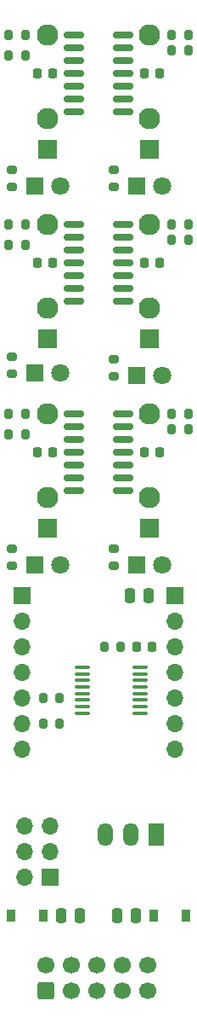
<source format=gts>
G04 #@! TF.GenerationSoftware,KiCad,Pcbnew,(6.0.0)*
G04 #@! TF.CreationDate,2022-06-27T08:37:13-07:00*
G04 #@! TF.ProjectId,sen,73656e2e-6b69-4636-9164-5f7063625858,rev?*
G04 #@! TF.SameCoordinates,Original*
G04 #@! TF.FileFunction,Soldermask,Top*
G04 #@! TF.FilePolarity,Negative*
%FSLAX46Y46*%
G04 Gerber Fmt 4.6, Leading zero omitted, Abs format (unit mm)*
G04 Created by KiCad (PCBNEW (6.0.0)) date 2022-06-27 08:37:13*
%MOMM*%
%LPD*%
G01*
G04 APERTURE LIST*
G04 Aperture macros list*
%AMRoundRect*
0 Rectangle with rounded corners*
0 $1 Rounding radius*
0 $2 $3 $4 $5 $6 $7 $8 $9 X,Y pos of 4 corners*
0 Add a 4 corners polygon primitive as box body*
4,1,4,$2,$3,$4,$5,$6,$7,$8,$9,$2,$3,0*
0 Add four circle primitives for the rounded corners*
1,1,$1+$1,$2,$3*
1,1,$1+$1,$4,$5*
1,1,$1+$1,$6,$7*
1,1,$1+$1,$8,$9*
0 Add four rect primitives between the rounded corners*
20,1,$1+$1,$2,$3,$4,$5,0*
20,1,$1+$1,$4,$5,$6,$7,0*
20,1,$1+$1,$6,$7,$8,$9,0*
20,1,$1+$1,$8,$9,$2,$3,0*%
G04 Aperture macros list end*
%ADD10R,1.800000X1.800000*%
%ADD11C,1.800000*%
%ADD12R,1.930000X1.830000*%
%ADD13C,2.130000*%
%ADD14RoundRect,0.250000X-0.250000X-0.475000X0.250000X-0.475000X0.250000X0.475000X-0.250000X0.475000X0*%
%ADD15R,1.700000X1.700000*%
%ADD16O,1.700000X1.700000*%
%ADD17RoundRect,0.200000X0.275000X-0.200000X0.275000X0.200000X-0.275000X0.200000X-0.275000X-0.200000X0*%
%ADD18RoundRect,0.200000X0.200000X0.275000X-0.200000X0.275000X-0.200000X-0.275000X0.200000X-0.275000X0*%
%ADD19RoundRect,0.200000X-0.200000X-0.275000X0.200000X-0.275000X0.200000X0.275000X-0.200000X0.275000X0*%
%ADD20RoundRect,0.225000X0.225000X0.250000X-0.225000X0.250000X-0.225000X-0.250000X0.225000X-0.250000X0*%
%ADD21R,1.500000X2.300000*%
%ADD22O,1.500000X2.300000*%
%ADD23RoundRect,0.100000X0.637500X0.100000X-0.637500X0.100000X-0.637500X-0.100000X0.637500X-0.100000X0*%
%ADD24RoundRect,0.150000X0.825000X0.150000X-0.825000X0.150000X-0.825000X-0.150000X0.825000X-0.150000X0*%
%ADD25RoundRect,0.250000X0.250000X0.475000X-0.250000X0.475000X-0.250000X-0.475000X0.250000X-0.475000X0*%
%ADD26RoundRect,0.225000X-0.225000X-0.250000X0.225000X-0.250000X0.225000X0.250000X-0.225000X0.250000X0*%
%ADD27RoundRect,0.250000X0.600000X-0.600000X0.600000X0.600000X-0.600000X0.600000X-0.600000X-0.600000X0*%
%ADD28C,1.700000*%
%ADD29R,0.900000X1.200000*%
G04 APERTURE END LIST*
D10*
X147159048Y-93472000D03*
D11*
X149699048Y-93472000D03*
D12*
X158594048Y-71058000D03*
D13*
X158594048Y-59658000D03*
X158594048Y-67958000D03*
D12*
X148434048Y-52262000D03*
D13*
X148434048Y-40862000D03*
X148434048Y-49162000D03*
D10*
X147159048Y-74422000D03*
D11*
X149699048Y-74422000D03*
D12*
X148434048Y-89854000D03*
D13*
X148434048Y-78454000D03*
X148434048Y-86754000D03*
D10*
X147159048Y-55880000D03*
D11*
X149699048Y-55880000D03*
D12*
X148434048Y-71058000D03*
D13*
X148434048Y-59658000D03*
X148434048Y-67958000D03*
D12*
X158594048Y-52262000D03*
D13*
X158594048Y-40862000D03*
X158594048Y-49162000D03*
D10*
X157319048Y-55880000D03*
D11*
X159859048Y-55880000D03*
D12*
X158594048Y-89854000D03*
D13*
X158594048Y-78454000D03*
X158594048Y-86754000D03*
D10*
X157319048Y-93472000D03*
D11*
X159859048Y-93472000D03*
D10*
X157319048Y-74676000D03*
D11*
X159859048Y-74676000D03*
D14*
X155358048Y-128270000D03*
X157258048Y-128270000D03*
D15*
X161134048Y-96520000D03*
D16*
X161134048Y-99060000D03*
X161134048Y-101600000D03*
X161134048Y-104140000D03*
X161134048Y-106680000D03*
X161134048Y-109220000D03*
X161134048Y-111760000D03*
D17*
X144878048Y-55943000D03*
X144878048Y-54293000D03*
D18*
X162467048Y-40894000D03*
X160817048Y-40894000D03*
D19*
X147990048Y-109200000D03*
X149640048Y-109200000D03*
D20*
X159623048Y-44704000D03*
X158073048Y-44704000D03*
D19*
X144561048Y-40894000D03*
X146211048Y-40894000D03*
D21*
X159263048Y-120220500D03*
D22*
X156723048Y-120220500D03*
X154183048Y-120220500D03*
D23*
X157646548Y-108193000D03*
X157646548Y-107543000D03*
X157646548Y-106893000D03*
X157646548Y-106243000D03*
X157646548Y-105593000D03*
X157646548Y-104943000D03*
X157646548Y-104293000D03*
X157646548Y-103643000D03*
X151921548Y-103643000D03*
X151921548Y-104293000D03*
X151921548Y-104943000D03*
X151921548Y-105593000D03*
X151921548Y-106243000D03*
X151921548Y-106893000D03*
X151921548Y-107543000D03*
X151921548Y-108193000D03*
D17*
X155038048Y-93535000D03*
X155038048Y-91885000D03*
D20*
X159623048Y-82296000D03*
X158073048Y-82296000D03*
D17*
X144878048Y-74485000D03*
X144878048Y-72835000D03*
D19*
X144561048Y-80518000D03*
X146211048Y-80518000D03*
D17*
X144878048Y-93535000D03*
X144878048Y-91885000D03*
D18*
X162467048Y-59690000D03*
X160817048Y-59690000D03*
D20*
X148955048Y-44704000D03*
X147405048Y-44704000D03*
D15*
X145894048Y-96520000D03*
D16*
X145894048Y-99060000D03*
X145894048Y-101600000D03*
X145894048Y-104140000D03*
X145894048Y-106680000D03*
X145894048Y-109220000D03*
X145894048Y-111760000D03*
D19*
X144561048Y-42926000D03*
X146211048Y-42926000D03*
D24*
X155989048Y-67310000D03*
X155989048Y-66040000D03*
X155989048Y-64770000D03*
X155989048Y-63500000D03*
X155989048Y-62230000D03*
X155989048Y-60960000D03*
X155989048Y-59690000D03*
X151039048Y-59690000D03*
X151039048Y-60960000D03*
X151039048Y-62230000D03*
X151039048Y-63500000D03*
X151039048Y-64770000D03*
X151039048Y-66040000D03*
X151039048Y-67310000D03*
X155989048Y-86106000D03*
X155989048Y-84836000D03*
X155989048Y-83566000D03*
X155989048Y-82296000D03*
X155989048Y-81026000D03*
X155989048Y-79756000D03*
X155989048Y-78486000D03*
X151039048Y-78486000D03*
X151039048Y-79756000D03*
X151039048Y-81026000D03*
X151039048Y-82296000D03*
X151039048Y-83566000D03*
X151039048Y-84836000D03*
X151039048Y-86106000D03*
D17*
X155038048Y-74739000D03*
X155038048Y-73089000D03*
D14*
X149770048Y-128270000D03*
X151670048Y-128270000D03*
D19*
X147990048Y-106660000D03*
X149640048Y-106660000D03*
D18*
X162467048Y-78486000D03*
X160817048Y-78486000D03*
X162467048Y-42418000D03*
X160817048Y-42418000D03*
X162467048Y-80010000D03*
X160817048Y-80010000D03*
D25*
X158528048Y-96520000D03*
X156628048Y-96520000D03*
D26*
X157311048Y-101600000D03*
X158861048Y-101600000D03*
D17*
X155038048Y-55943000D03*
X155038048Y-54293000D03*
D27*
X148307048Y-135753500D03*
D28*
X148307048Y-133213500D03*
X150847048Y-135753500D03*
X150847048Y-133213500D03*
X153387048Y-135753500D03*
X153387048Y-133213500D03*
X155927048Y-135753500D03*
X155927048Y-133213500D03*
X158467048Y-135753500D03*
X158467048Y-133213500D03*
D29*
X144752048Y-128270000D03*
X148052048Y-128270000D03*
D15*
X148693048Y-124445000D03*
D16*
X146153048Y-124445000D03*
X148693048Y-121905000D03*
X146153048Y-121905000D03*
X148693048Y-119365000D03*
X146153048Y-119365000D03*
D29*
X158976048Y-128270000D03*
X162276048Y-128270000D03*
D18*
X155736048Y-101600000D03*
X154086048Y-101600000D03*
D20*
X148955048Y-63500000D03*
X147405048Y-63500000D03*
D24*
X155989048Y-48514000D03*
X155989048Y-47244000D03*
X155989048Y-45974000D03*
X155989048Y-44704000D03*
X155989048Y-43434000D03*
X155989048Y-42164000D03*
X155989048Y-40894000D03*
X151039048Y-40894000D03*
X151039048Y-42164000D03*
X151039048Y-43434000D03*
X151039048Y-44704000D03*
X151039048Y-45974000D03*
X151039048Y-47244000D03*
X151039048Y-48514000D03*
D19*
X144561048Y-61722000D03*
X146211048Y-61722000D03*
D20*
X148955048Y-82296000D03*
X147405048Y-82296000D03*
D19*
X144561048Y-59690000D03*
X146211048Y-59690000D03*
D20*
X159623048Y-63500000D03*
X158073048Y-63500000D03*
D19*
X144561048Y-78486000D03*
X146211048Y-78486000D03*
D18*
X162467048Y-61214000D03*
X160817048Y-61214000D03*
M02*

</source>
